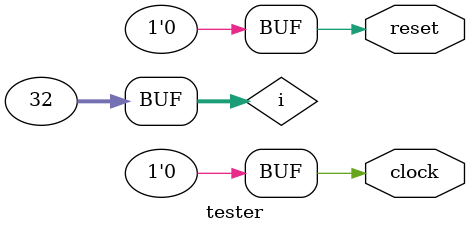
<source format=v>
`include "fetch.v"
`include "decode.v"
`include "execute.v"
`include "memory.v"
`include "Control.v"
`include "hazardDetectionUnit.v"
`include "forwardingUnit.v"

module fetchDecodeMemoryTest;
	
	wire clock, reset;
	// fetch
	wire [31:0] f_instruction;
	wire [2:0] f_PCSrc; // connects to branchSrc
	wire f_pcWrite;
	wire f_IFIDWrite;
	wire f_IFFlush;
	wire [6:0] f_jumpAddr;
	wire [6:0] f_jrAddr;
	wire [6:0] f_branchAddr;
	
	// decode
	wire [5:0] d_opCode;
	wire [4:0] d_rs_FD, d_rt_FD, d_rd_FD;
	wire [31:0] d_readData_1, d_readData_2, d_immediate;
	wire [6:0] d_jumpAddrOut, d_jrAddrOut;
	wire [31:0] d_writeData;
	wire [4:0] d_writeAddr;
	wire d_regWrite;
	
	// execute
	wire [31:0] x_ALUresult, outB;
	wire x_negF;
	wire [4:0] x_regWriteSel;
	wire [6:0] x_branchOut;
	wire [4:0] x_rt_DX, x_rd_DX;
	wire [31:0] x_immediate, x_readData1, x_readData2, x_nextOutput, x_address;
	wire [1:0] x_forwardA, x_forwardB;
	wire x_regDst, x_ALUSrc;
	wire[2:0] x_ALUOp;
	
	// memory
	wire [31:0] m_readData;
	wire [31:0] m_arithmeticOut;
	wire [4:0] m_MEMWBregSelOut;
	wire [4:0] m_regSelOut; // to forwarding control
	wire [31:0] m_forwardALUResult;
	wire m_branchCtrl;
	wire m_negFlag;
	wire m_memWrite;
	wire m_memRead;
	wire [31:0] m_addressIn;
	wire [4:0] m_regWriteSel;
	wire [31:0] m_writeData;
	
	//control
	wire c_regDst,c_branch,c_memRead,c_memtoReg,c_memWrite,c_ALUSrc, c_regWrite_XM,c_regWrite_MW, c_j, c_jr; // output of the control
	wire [2:0] c_ALUOp;//out
	wire c_stall;//in
	wire [5:0] instruction;//in
	
	//hazard
	wire h_stall,h_write;//out
	wire h_memRead_DX;//in
	wire [4:0]h_rs_FD, h_rt_FD, h_rt_DX;//in
	
	//forwardunit
	wire [1:0] fw_forwardA, ff_forwardB;//out
	wire [4:0] fw_rs_DX; //RS
	wire [4:0] fw_rt_DX; //RT
	wire [4:0]fw_rd_XM; //RD
	wire [4:0]fw_rd_MW; //RD
	wire fw_regWrite_XM, fw_regWrite_MW ;//control
	
	fetch f(f_instruction, f_PCSrc, clock, reset, f_jumpAddr, f_jrAddr, f_branchAddr, f_pcWrite, f_IFFlush, f_IFIDWrite);
	
	decode d(d_opCode, d_rs_FD, d_rt_FD, d_rd_FD, d_jumpAddrOut, d_jrAddrOut, d_readData_1, d_readData_2, d_immediate,
			d_instruction, d_regWrite, d_writeAddr, d_writeData, clock, reset);
	
	execute x(x_ALUresult, x_outB, x_negF, x_regWriteSel, x_rt_DX, x_rd_DX, x_immediate, x_readData1, x_readData2, x_nextOutput,
			x_address, x_forwardA, x_forwardB, x_regDst, x_ALUSrc, x_ALUOp, x_branchOut, clock);
 
	memory m(m_branchSrc, m_readData, m_arithmeticOut, m_MEMWBregSelOut, m_regSelOut, m_forwardALUResult, m_branchCtrl,
			m_negFlag, m_memWrite, m_memRead,  m_addressIn,  m_regWriteSel,	m_writeData, clock);
			
	Control c(c_regDst,c_ALUSrc,c_ALUOp,c_branch,c_memRead,c_memWrite ,c_memtoReg,c_regWrite_XM,c_regWrite_MW,c_j, c_jr, c_instruction,c_stall,clock);		
	
	
	hazardDetectionUnit h(h_stall,h_write, h_memRead_DX, h_rs_FD, h_rt_FD, h_rt_DX);
	
	forwardingUnit fu(fw_forwardA, fw_forwardB, fw_rs_DX, fw_rt_DX, fw_rd_XM, fw_rd_MW, fw_regWrite_XM, fw_regWrite_MW);
	
	assign d_instruction = f_instruction;
	// PCSrc is the mux control for the mux prior to the PC
	assign f_PCSrc[2] = m_branchSrc;
	assign f_PCSrc[1] = c_j;
	assign f_PCSrc[0] = c_jr;
	assign f_jumpAddr = d_jumpAddrOut;
	assign f_jrAddr = d_jrAddrOut;
	assign f_branchAddr = x_branchOut;
	assign f_pcWrite = /* from hazard */h_write;
	assign f_IFFlush = /*equal to branchSrc */m_branchSrc;
	assign f_IFIDWrite = /* from hazard */h_write;
	assign c_instruction = d_opCode;
	assign /*to forwarding*/fw_rs_DX = d_rs_FD;
	assign x_rt_DX = d_rt_FD;
	///* assign forwardingUnit */ = d_rt_FD;
	
	assign x_rd_DX = d_rd_FD;
	assign x_readData1 = d_readData_1;
	assign x_readData2 = d_readData_2;
	assign  x_immediate = d_immediate;
	assign d_regWrite = /* from control */c_regWrite_XM;///////////////
	assign d_writeAddr = m_MEMWBregSelOut;
	assign d_writeData = (/*memToReg from control*/c_memtoReg) ? m_readData : m_arithmeticOut;
	assign m_addressIn = x_ALUresult;
	assign m_writeData = x_outB;
	assign m_negFlag = x_negF;
	assign m_regWriteSel = x_regWriteSel;
	assign x_nextOutput = d_writeData; // output of the writeback mux
	assign x_address = m_forwardALUResult;
	assign x_regDst = /* from control */ c_regDst;
	assign x_ALUSrc = /* from control */c_ALUSrc;
	assign x_ALUOp = /* from control */c_ALUOp;
	assign /* to forwarding */fw_rd_XM = m_regSelOut;
	assign m_branchCtrl = /* from control */c_branch;
	assign m_memRead = /* from control */c_memRead;
	assign m_memWrite = /* from control */c_memWrite;
	
	assign c_stall = h_stall;
	assign h_memRead_DX = c_memRead;
	assign h_rs_FD = f_instruction[25:21] ; 
	assign h_rt_FD = f_instruction[20:16] ;
	assign h_rt_DX = d_rt_FD; 
	
	//assign fw_rs_DX = f_instruction[25:21]; 
	assign fw_rt_DX = d_rt_FD;//rt from flecth
	//assign  = /*from decode*/x_regWriteSel;
	assign fw_rd_MW = m_MEMWBregSelOut;
	
	assign x_forwardA = fw_forwardA;
	assign x_forwardB = fw_forwardB;
	assign fw_regWrite_XM = c_regWrite_XM;
	assign fw_regWrite_MW = c_regWrite_MW;
	
	
	wire memToReg;
				
	tester test(clock, reset);
	
	initial begin
		$dumpfile("MEMIFID.vcd");
		$dumpvars();
	end
endmodule

module tester(
	output reg clock,
	output reg reset);
	
	parameter Delay = 1;
	integer i;
	
	initial begin
		clock = 1'b0;
		reset = 1'b0;
		#Delay
		clock = ~clock;
		#Delay
		clock = ~clock;
		reset = 1'b1;
		#Delay
		clock = ~clock;
		#Delay
		reset = 1'b0;
		clock = ~clock;
		
		for (i = 0; i < 32; i = i + 1)
		begin
			#Delay
			clock = ~clock;
		end
		

	end
endmodule

</source>
